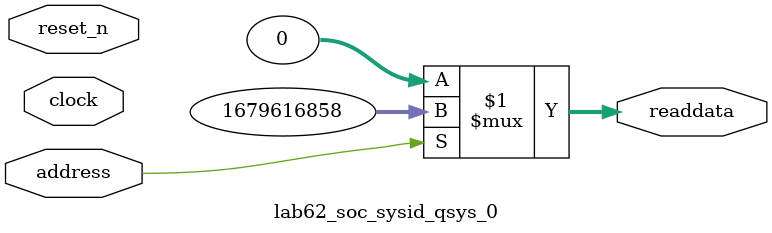
<source format=v>



// synthesis translate_off
`timescale 1ns / 1ps
// synthesis translate_on

// turn off superfluous verilog processor warnings 
// altera message_level Level1 
// altera message_off 10034 10035 10036 10037 10230 10240 10030 

module lab62_soc_sysid_qsys_0 (
               // inputs:
                address,
                clock,
                reset_n,

               // outputs:
                readdata
             )
;

  output  [ 31: 0] readdata;
  input            address;
  input            clock;
  input            reset_n;

  wire    [ 31: 0] readdata;
  //control_slave, which is an e_avalon_slave
  assign readdata = address ? 1679616858 : 0;

endmodule



</source>
